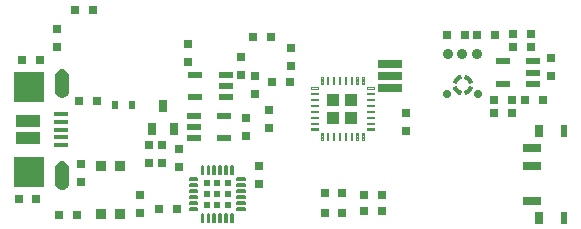
<source format=gbr>
G04 EAGLE Gerber RS-274X export*
G75*
%MOMM*%
%FSLAX34Y34*%
%LPD*%
%INSolderpaste Top*%
%IPPOS*%
%AMOC8*
5,1,8,0,0,1.08239X$1,22.5*%
G01*
%ADD10R,0.800000X0.800000*%
%ADD11R,1.200000X0.550000*%
%ADD12R,0.600000X0.800000*%
%ADD13R,0.900000X0.900000*%
%ADD14R,0.600000X0.600000*%
%ADD15C,0.140000*%
%ADD16R,2.500000X2.500000*%
%ADD17R,1.250000X0.300000*%
%ADD18R,2.000000X1.000000*%
%ADD19R,0.635000X1.016000*%
%ADD20R,2.000000X0.700000*%
%ADD21R,1.016000X1.016000*%
%ADD22C,0.125000*%
%ADD23C,0.030000*%
%ADD24C,0.900000*%
%ADD25C,0.700000*%
%ADD26R,1.500000X0.700000*%
%ADD27R,0.600000X1.000000*%
%ADD28R,0.800000X1.000000*%

G36*
X48468Y141173D02*
X48468Y141173D01*
X49742Y141373D01*
X49789Y141390D01*
X49879Y141411D01*
X51075Y141889D01*
X51118Y141916D01*
X51201Y141956D01*
X52261Y142688D01*
X52297Y142724D01*
X52368Y142782D01*
X53239Y143732D01*
X53266Y143774D01*
X53323Y143847D01*
X53960Y144967D01*
X53977Y145014D01*
X54016Y145097D01*
X54389Y146331D01*
X54394Y146381D01*
X54414Y146471D01*
X54503Y147756D01*
X54501Y147776D01*
X54504Y147800D01*
X54504Y158800D01*
X54502Y158815D01*
X54503Y158835D01*
X54442Y159961D01*
X54431Y160008D01*
X54423Y160084D01*
X54142Y161177D01*
X54122Y161221D01*
X54100Y161294D01*
X53612Y162311D01*
X53584Y162350D01*
X53547Y162417D01*
X52870Y163320D01*
X52835Y163353D01*
X52786Y163411D01*
X51946Y164164D01*
X51905Y164190D01*
X51845Y164238D01*
X50874Y164812D01*
X50829Y164829D01*
X50762Y164865D01*
X49697Y165239D01*
X49650Y165247D01*
X49577Y165269D01*
X48460Y165428D01*
X48432Y165427D01*
X48280Y165428D01*
X47164Y165269D01*
X47118Y165254D01*
X47043Y165239D01*
X45978Y164865D01*
X45936Y164841D01*
X45866Y164812D01*
X44895Y164238D01*
X44858Y164206D01*
X44794Y164164D01*
X43954Y163411D01*
X43925Y163374D01*
X43870Y163320D01*
X43193Y162417D01*
X43171Y162374D01*
X43128Y162311D01*
X42640Y161294D01*
X42627Y161247D01*
X42598Y161177D01*
X42317Y160084D01*
X42314Y160036D01*
X42298Y159961D01*
X42237Y158835D01*
X42239Y158819D01*
X42236Y158800D01*
X42236Y147800D01*
X42239Y147785D01*
X42237Y147765D01*
X42298Y146639D01*
X42310Y146592D01*
X42317Y146516D01*
X42598Y145423D01*
X42618Y145379D01*
X42640Y145306D01*
X43128Y144289D01*
X43157Y144250D01*
X43193Y144183D01*
X43870Y143280D01*
X43905Y143247D01*
X43954Y143189D01*
X44794Y142436D01*
X44835Y142410D01*
X44895Y142362D01*
X45866Y141788D01*
X45911Y141771D01*
X45978Y141735D01*
X47043Y141361D01*
X47090Y141353D01*
X47164Y141331D01*
X48280Y141172D01*
X48281Y141172D01*
X48468Y141173D01*
G37*
G36*
X48468Y63173D02*
X48468Y63173D01*
X49742Y63373D01*
X49789Y63390D01*
X49879Y63411D01*
X51075Y63889D01*
X51118Y63916D01*
X51201Y63956D01*
X52261Y64688D01*
X52297Y64724D01*
X52368Y64782D01*
X53239Y65732D01*
X53266Y65774D01*
X53323Y65847D01*
X53960Y66967D01*
X53977Y67014D01*
X54016Y67097D01*
X54389Y68331D01*
X54394Y68381D01*
X54414Y68471D01*
X54503Y69756D01*
X54501Y69776D01*
X54504Y69800D01*
X54504Y80800D01*
X54502Y80815D01*
X54503Y80835D01*
X54442Y81961D01*
X54431Y82008D01*
X54423Y82084D01*
X54142Y83177D01*
X54122Y83221D01*
X54100Y83294D01*
X53612Y84311D01*
X53584Y84350D01*
X53547Y84417D01*
X52870Y85320D01*
X52835Y85353D01*
X52786Y85411D01*
X51946Y86164D01*
X51905Y86190D01*
X51845Y86238D01*
X50874Y86812D01*
X50829Y86829D01*
X50762Y86865D01*
X49697Y87239D01*
X49650Y87247D01*
X49577Y87269D01*
X48460Y87428D01*
X48432Y87427D01*
X48280Y87428D01*
X47164Y87269D01*
X47118Y87254D01*
X47043Y87239D01*
X45978Y86865D01*
X45936Y86841D01*
X45866Y86812D01*
X44895Y86238D01*
X44858Y86206D01*
X44794Y86164D01*
X43954Y85411D01*
X43925Y85374D01*
X43870Y85320D01*
X43193Y84417D01*
X43171Y84374D01*
X43128Y84311D01*
X42640Y83294D01*
X42627Y83247D01*
X42598Y83177D01*
X42317Y82084D01*
X42314Y82036D01*
X42298Y81961D01*
X42237Y80835D01*
X42239Y80819D01*
X42236Y80800D01*
X42236Y69800D01*
X42239Y69785D01*
X42237Y69765D01*
X42298Y68639D01*
X42310Y68592D01*
X42317Y68516D01*
X42598Y67423D01*
X42618Y67379D01*
X42640Y67306D01*
X43128Y66289D01*
X43157Y66250D01*
X43193Y66183D01*
X43870Y65280D01*
X43905Y65247D01*
X43954Y65189D01*
X44794Y64436D01*
X44835Y64410D01*
X44895Y64362D01*
X45866Y63788D01*
X45911Y63771D01*
X45978Y63735D01*
X47043Y63361D01*
X47090Y63353D01*
X47164Y63331D01*
X48280Y63172D01*
X48281Y63172D01*
X48468Y63173D01*
G37*
D10*
X200260Y160070D03*
X200260Y175310D03*
D11*
X186991Y141630D03*
X186991Y151130D03*
X186991Y160630D03*
X160989Y160630D03*
X160989Y141630D03*
D12*
X92830Y135255D03*
X107830Y135255D03*
D11*
X159719Y125705D03*
X159719Y116205D03*
X159719Y106705D03*
X185721Y106705D03*
X185721Y125705D03*
D10*
X11550Y55880D03*
X26550Y55880D03*
X45720Y41910D03*
X60960Y41910D03*
X154940Y186690D03*
X154940Y171450D03*
D13*
X97535Y42365D03*
X97535Y83365D03*
X81535Y42365D03*
X81535Y83365D03*
D10*
X29725Y173355D03*
X14725Y173355D03*
X44450Y199390D03*
X44450Y184150D03*
D14*
X170705Y50690D03*
X179705Y59690D03*
X170705Y59690D03*
X170705Y68690D03*
X188705Y68690D03*
X188705Y50690D03*
X188705Y59690D03*
X179705Y68690D03*
X179705Y50690D03*
D15*
X163005Y72890D02*
X156405Y72890D01*
X163005Y72890D02*
X163005Y71490D01*
X156405Y71490D01*
X156405Y72890D01*
X156405Y72820D02*
X163005Y72820D01*
X163005Y67890D02*
X156405Y67890D01*
X163005Y67890D02*
X163005Y66490D01*
X156405Y66490D01*
X156405Y67890D01*
X156405Y67820D02*
X163005Y67820D01*
X163005Y62890D02*
X156405Y62890D01*
X163005Y62890D02*
X163005Y61490D01*
X156405Y61490D01*
X156405Y62890D01*
X156405Y62820D02*
X163005Y62820D01*
X163005Y57890D02*
X156405Y57890D01*
X163005Y57890D02*
X163005Y56490D01*
X156405Y56490D01*
X156405Y57890D01*
X156405Y57820D02*
X163005Y57820D01*
X163005Y52890D02*
X156405Y52890D01*
X163005Y52890D02*
X163005Y51490D01*
X156405Y51490D01*
X156405Y52890D01*
X156405Y52820D02*
X163005Y52820D01*
X163005Y47890D02*
X156405Y47890D01*
X163005Y47890D02*
X163005Y46490D01*
X156405Y46490D01*
X156405Y47890D01*
X156405Y47820D02*
X163005Y47820D01*
X167905Y42990D02*
X167905Y36390D01*
X166505Y36390D01*
X166505Y42990D01*
X167905Y42990D01*
X167905Y37720D02*
X166505Y37720D01*
X166505Y39050D02*
X167905Y39050D01*
X167905Y40380D02*
X166505Y40380D01*
X166505Y41710D02*
X167905Y41710D01*
X172905Y42990D02*
X172905Y36390D01*
X171505Y36390D01*
X171505Y42990D01*
X172905Y42990D01*
X172905Y37720D02*
X171505Y37720D01*
X171505Y39050D02*
X172905Y39050D01*
X172905Y40380D02*
X171505Y40380D01*
X171505Y41710D02*
X172905Y41710D01*
X177905Y42990D02*
X177905Y36390D01*
X176505Y36390D01*
X176505Y42990D01*
X177905Y42990D01*
X177905Y37720D02*
X176505Y37720D01*
X176505Y39050D02*
X177905Y39050D01*
X177905Y40380D02*
X176505Y40380D01*
X176505Y41710D02*
X177905Y41710D01*
X182905Y42990D02*
X182905Y36390D01*
X181505Y36390D01*
X181505Y42990D01*
X182905Y42990D01*
X182905Y37720D02*
X181505Y37720D01*
X181505Y39050D02*
X182905Y39050D01*
X182905Y40380D02*
X181505Y40380D01*
X181505Y41710D02*
X182905Y41710D01*
X187905Y42990D02*
X187905Y36390D01*
X186505Y36390D01*
X186505Y42990D01*
X187905Y42990D01*
X187905Y37720D02*
X186505Y37720D01*
X186505Y39050D02*
X187905Y39050D01*
X187905Y40380D02*
X186505Y40380D01*
X186505Y41710D02*
X187905Y41710D01*
X192905Y42990D02*
X192905Y36390D01*
X191505Y36390D01*
X191505Y42990D01*
X192905Y42990D01*
X192905Y37720D02*
X191505Y37720D01*
X191505Y39050D02*
X192905Y39050D01*
X192905Y40380D02*
X191505Y40380D01*
X191505Y41710D02*
X192905Y41710D01*
X196405Y46490D02*
X203005Y46490D01*
X196405Y46490D02*
X196405Y47890D01*
X203005Y47890D01*
X203005Y46490D01*
X203005Y47820D02*
X196405Y47820D01*
X196405Y51490D02*
X203005Y51490D01*
X196405Y51490D02*
X196405Y52890D01*
X203005Y52890D01*
X203005Y51490D01*
X203005Y52820D02*
X196405Y52820D01*
X196405Y56490D02*
X203005Y56490D01*
X196405Y56490D02*
X196405Y57890D01*
X203005Y57890D01*
X203005Y56490D01*
X203005Y57820D02*
X196405Y57820D01*
X196405Y61490D02*
X203005Y61490D01*
X196405Y61490D02*
X196405Y62890D01*
X203005Y62890D01*
X203005Y61490D01*
X203005Y62820D02*
X196405Y62820D01*
X196405Y66490D02*
X203005Y66490D01*
X196405Y66490D02*
X196405Y67890D01*
X203005Y67890D01*
X203005Y66490D01*
X203005Y67820D02*
X196405Y67820D01*
X196405Y71490D02*
X203005Y71490D01*
X196405Y71490D02*
X196405Y72890D01*
X203005Y72890D01*
X203005Y71490D01*
X203005Y72820D02*
X196405Y72820D01*
X191505Y76390D02*
X191505Y82990D01*
X192905Y82990D01*
X192905Y76390D01*
X191505Y76390D01*
X191505Y77720D02*
X192905Y77720D01*
X192905Y79050D02*
X191505Y79050D01*
X191505Y80380D02*
X192905Y80380D01*
X192905Y81710D02*
X191505Y81710D01*
X186505Y82990D02*
X186505Y76390D01*
X186505Y82990D02*
X187905Y82990D01*
X187905Y76390D01*
X186505Y76390D01*
X186505Y77720D02*
X187905Y77720D01*
X187905Y79050D02*
X186505Y79050D01*
X186505Y80380D02*
X187905Y80380D01*
X187905Y81710D02*
X186505Y81710D01*
X181505Y82990D02*
X181505Y76390D01*
X181505Y82990D02*
X182905Y82990D01*
X182905Y76390D01*
X181505Y76390D01*
X181505Y77720D02*
X182905Y77720D01*
X182905Y79050D02*
X181505Y79050D01*
X181505Y80380D02*
X182905Y80380D01*
X182905Y81710D02*
X181505Y81710D01*
X176505Y82990D02*
X176505Y76390D01*
X176505Y82990D02*
X177905Y82990D01*
X177905Y76390D01*
X176505Y76390D01*
X176505Y77720D02*
X177905Y77720D01*
X177905Y79050D02*
X176505Y79050D01*
X176505Y80380D02*
X177905Y80380D01*
X177905Y81710D02*
X176505Y81710D01*
X171505Y82990D02*
X171505Y76390D01*
X171505Y82990D02*
X172905Y82990D01*
X172905Y76390D01*
X171505Y76390D01*
X171505Y77720D02*
X172905Y77720D01*
X172905Y79050D02*
X171505Y79050D01*
X171505Y80380D02*
X172905Y80380D01*
X172905Y81710D02*
X171505Y81710D01*
X166505Y82990D02*
X166505Y76390D01*
X166505Y82990D02*
X167905Y82990D01*
X167905Y76390D01*
X166505Y76390D01*
X166505Y77720D02*
X167905Y77720D01*
X167905Y79050D02*
X166505Y79050D01*
X166505Y80380D02*
X167905Y80380D01*
X167905Y81710D02*
X166505Y81710D01*
D16*
X20370Y150300D03*
X20370Y78300D03*
D17*
X47120Y127300D03*
X47120Y120800D03*
X47120Y114300D03*
X47120Y107800D03*
X47120Y101300D03*
D18*
X19370Y121800D03*
X19370Y106800D03*
D10*
X225425Y192405D03*
X210185Y192405D03*
X64770Y69723D03*
X64770Y84963D03*
D19*
X124485Y114460D03*
X143485Y114460D03*
X133985Y134460D03*
D10*
X211455Y160020D03*
X211455Y144780D03*
X285630Y43815D03*
X270630Y43815D03*
X285630Y60325D03*
X270630Y60325D03*
X114300Y59055D03*
X114300Y43815D03*
X204470Y109220D03*
X204470Y124460D03*
X339725Y113030D03*
X339725Y128270D03*
D20*
X325755Y149766D03*
X325755Y159766D03*
X325755Y169766D03*
D10*
X226060Y154305D03*
X241300Y154305D03*
X241935Y183515D03*
X241935Y168275D03*
D21*
X293370Y124460D03*
X278130Y124460D03*
X293370Y139700D03*
X278130Y139700D03*
D22*
X306375Y115205D02*
X312125Y115205D01*
X312125Y113955D01*
X306375Y113955D01*
X306375Y115205D01*
X306375Y115142D02*
X312125Y115142D01*
X312125Y120205D02*
X306375Y120205D01*
X312125Y120205D02*
X312125Y118955D01*
X306375Y118955D01*
X306375Y120205D01*
X306375Y120142D02*
X312125Y120142D01*
X312125Y125205D02*
X306375Y125205D01*
X312125Y125205D02*
X312125Y123955D01*
X306375Y123955D01*
X306375Y125205D01*
X306375Y125142D02*
X312125Y125142D01*
X312125Y130205D02*
X306375Y130205D01*
X312125Y130205D02*
X312125Y128955D01*
X306375Y128955D01*
X306375Y130205D01*
X306375Y130142D02*
X312125Y130142D01*
X312125Y135205D02*
X306375Y135205D01*
X312125Y135205D02*
X312125Y133955D01*
X306375Y133955D01*
X306375Y135205D01*
X306375Y135142D02*
X312125Y135142D01*
X312125Y140205D02*
X306375Y140205D01*
X312125Y140205D02*
X312125Y138955D01*
X306375Y138955D01*
X306375Y140205D01*
X306375Y140142D02*
X312125Y140142D01*
X312125Y145205D02*
X306375Y145205D01*
X312125Y145205D02*
X312125Y143955D01*
X306375Y143955D01*
X306375Y145205D01*
X306375Y145142D02*
X312125Y145142D01*
X312125Y150205D02*
X306375Y150205D01*
X312125Y150205D02*
X312125Y148955D01*
X306375Y148955D01*
X306375Y150205D01*
X306375Y150142D02*
X312125Y150142D01*
X303875Y158455D02*
X302625Y158455D01*
X303875Y158455D02*
X303875Y152705D01*
X302625Y152705D01*
X302625Y158455D01*
X302625Y153892D02*
X303875Y153892D01*
X303875Y155079D02*
X302625Y155079D01*
X302625Y156266D02*
X303875Y156266D01*
X303875Y157453D02*
X302625Y157453D01*
X298875Y158455D02*
X297625Y158455D01*
X298875Y158455D02*
X298875Y152705D01*
X297625Y152705D01*
X297625Y158455D01*
X297625Y153892D02*
X298875Y153892D01*
X298875Y155079D02*
X297625Y155079D01*
X297625Y156266D02*
X298875Y156266D01*
X298875Y157453D02*
X297625Y157453D01*
X293875Y158455D02*
X292625Y158455D01*
X293875Y158455D02*
X293875Y152705D01*
X292625Y152705D01*
X292625Y158455D01*
X292625Y153892D02*
X293875Y153892D01*
X293875Y155079D02*
X292625Y155079D01*
X292625Y156266D02*
X293875Y156266D01*
X293875Y157453D02*
X292625Y157453D01*
X288875Y158455D02*
X287625Y158455D01*
X288875Y158455D02*
X288875Y152705D01*
X287625Y152705D01*
X287625Y158455D01*
X287625Y153892D02*
X288875Y153892D01*
X288875Y155079D02*
X287625Y155079D01*
X287625Y156266D02*
X288875Y156266D01*
X288875Y157453D02*
X287625Y157453D01*
X283875Y158455D02*
X282625Y158455D01*
X283875Y158455D02*
X283875Y152705D01*
X282625Y152705D01*
X282625Y158455D01*
X282625Y153892D02*
X283875Y153892D01*
X283875Y155079D02*
X282625Y155079D01*
X282625Y156266D02*
X283875Y156266D01*
X283875Y157453D02*
X282625Y157453D01*
X278875Y158455D02*
X277625Y158455D01*
X278875Y158455D02*
X278875Y152705D01*
X277625Y152705D01*
X277625Y158455D01*
X277625Y153892D02*
X278875Y153892D01*
X278875Y155079D02*
X277625Y155079D01*
X277625Y156266D02*
X278875Y156266D01*
X278875Y157453D02*
X277625Y157453D01*
X273875Y158455D02*
X272625Y158455D01*
X273875Y158455D02*
X273875Y152705D01*
X272625Y152705D01*
X272625Y158455D01*
X272625Y153892D02*
X273875Y153892D01*
X273875Y155079D02*
X272625Y155079D01*
X272625Y156266D02*
X273875Y156266D01*
X273875Y157453D02*
X272625Y157453D01*
X268875Y158455D02*
X267625Y158455D01*
X268875Y158455D02*
X268875Y152705D01*
X267625Y152705D01*
X267625Y158455D01*
X267625Y153892D02*
X268875Y153892D01*
X268875Y155079D02*
X267625Y155079D01*
X267625Y156266D02*
X268875Y156266D01*
X268875Y157453D02*
X267625Y157453D01*
X265125Y150205D02*
X259375Y150205D01*
X265125Y150205D02*
X265125Y148955D01*
X259375Y148955D01*
X259375Y150205D01*
X259375Y150142D02*
X265125Y150142D01*
X265125Y145205D02*
X259375Y145205D01*
X265125Y145205D02*
X265125Y143955D01*
X259375Y143955D01*
X259375Y145205D01*
X259375Y145142D02*
X265125Y145142D01*
X265125Y140205D02*
X259375Y140205D01*
X265125Y140205D02*
X265125Y138955D01*
X259375Y138955D01*
X259375Y140205D01*
X259375Y140142D02*
X265125Y140142D01*
X265125Y135205D02*
X259375Y135205D01*
X265125Y135205D02*
X265125Y133955D01*
X259375Y133955D01*
X259375Y135205D01*
X259375Y135142D02*
X265125Y135142D01*
X265125Y130205D02*
X259375Y130205D01*
X265125Y130205D02*
X265125Y128955D01*
X259375Y128955D01*
X259375Y130205D01*
X259375Y130142D02*
X265125Y130142D01*
X265125Y125205D02*
X259375Y125205D01*
X265125Y125205D02*
X265125Y123955D01*
X259375Y123955D01*
X259375Y125205D01*
X259375Y125142D02*
X265125Y125142D01*
X265125Y120205D02*
X259375Y120205D01*
X265125Y120205D02*
X265125Y118955D01*
X259375Y118955D01*
X259375Y120205D01*
X259375Y120142D02*
X265125Y120142D01*
X265125Y115205D02*
X259375Y115205D01*
X265125Y115205D02*
X265125Y113955D01*
X259375Y113955D01*
X259375Y115205D01*
X259375Y115142D02*
X265125Y115142D01*
X267625Y111455D02*
X268875Y111455D01*
X268875Y105705D01*
X267625Y105705D01*
X267625Y111455D01*
X267625Y106892D02*
X268875Y106892D01*
X268875Y108079D02*
X267625Y108079D01*
X267625Y109266D02*
X268875Y109266D01*
X268875Y110453D02*
X267625Y110453D01*
X272625Y111455D02*
X273875Y111455D01*
X273875Y105705D01*
X272625Y105705D01*
X272625Y111455D01*
X272625Y106892D02*
X273875Y106892D01*
X273875Y108079D02*
X272625Y108079D01*
X272625Y109266D02*
X273875Y109266D01*
X273875Y110453D02*
X272625Y110453D01*
X277625Y111455D02*
X278875Y111455D01*
X278875Y105705D01*
X277625Y105705D01*
X277625Y111455D01*
X277625Y106892D02*
X278875Y106892D01*
X278875Y108079D02*
X277625Y108079D01*
X277625Y109266D02*
X278875Y109266D01*
X278875Y110453D02*
X277625Y110453D01*
X282625Y111455D02*
X283875Y111455D01*
X283875Y105705D01*
X282625Y105705D01*
X282625Y111455D01*
X282625Y106892D02*
X283875Y106892D01*
X283875Y108079D02*
X282625Y108079D01*
X282625Y109266D02*
X283875Y109266D01*
X283875Y110453D02*
X282625Y110453D01*
X287625Y111455D02*
X288875Y111455D01*
X288875Y105705D01*
X287625Y105705D01*
X287625Y111455D01*
X287625Y106892D02*
X288875Y106892D01*
X288875Y108079D02*
X287625Y108079D01*
X287625Y109266D02*
X288875Y109266D01*
X288875Y110453D02*
X287625Y110453D01*
X292625Y111455D02*
X293875Y111455D01*
X293875Y105705D01*
X292625Y105705D01*
X292625Y111455D01*
X292625Y106892D02*
X293875Y106892D01*
X293875Y108079D02*
X292625Y108079D01*
X292625Y109266D02*
X293875Y109266D01*
X293875Y110453D02*
X292625Y110453D01*
X297625Y111455D02*
X298875Y111455D01*
X298875Y105705D01*
X297625Y105705D01*
X297625Y111455D01*
X297625Y106892D02*
X298875Y106892D01*
X298875Y108079D02*
X297625Y108079D01*
X297625Y109266D02*
X298875Y109266D01*
X298875Y110453D02*
X297625Y110453D01*
X302625Y111455D02*
X303875Y111455D01*
X303875Y105705D01*
X302625Y105705D01*
X302625Y111455D01*
X302625Y106892D02*
X303875Y106892D01*
X303875Y108079D02*
X302625Y108079D01*
X302625Y109266D02*
X303875Y109266D01*
X303875Y110453D02*
X302625Y110453D01*
D10*
X215265Y68580D03*
X215265Y83820D03*
X62865Y138430D03*
X78105Y138430D03*
X223317Y130921D03*
X223317Y115681D03*
X304165Y59055D03*
X319405Y59055D03*
X304165Y45720D03*
X319405Y45720D03*
X145415Y46990D03*
X130175Y46990D03*
X121920Y86360D03*
X121920Y101600D03*
X133350Y86360D03*
X133350Y101600D03*
X147320Y97790D03*
X147320Y82550D03*
D11*
X447341Y153060D03*
X447341Y162560D03*
X447341Y172060D03*
X421339Y172060D03*
X421339Y153060D03*
D23*
X384967Y160447D02*
X385747Y157862D01*
X385603Y157813D01*
X385461Y157760D01*
X385320Y157703D01*
X385181Y157643D01*
X385043Y157579D01*
X384907Y157512D01*
X384772Y157442D01*
X384640Y157368D01*
X384509Y157290D01*
X384381Y157209D01*
X384254Y157125D01*
X384130Y157038D01*
X384008Y156948D01*
X383888Y156854D01*
X383771Y156758D01*
X383656Y156659D01*
X383544Y156556D01*
X383435Y156451D01*
X383328Y156343D01*
X383224Y156233D01*
X383123Y156119D01*
X383024Y156004D01*
X382929Y155885D01*
X382837Y155765D01*
X382748Y155642D01*
X382662Y155517D01*
X382579Y155389D01*
X382500Y155260D01*
X382424Y155129D01*
X382351Y154995D01*
X382282Y154860D01*
X382216Y154723D01*
X382153Y154585D01*
X382095Y154445D01*
X382039Y154304D01*
X381988Y154161D01*
X381940Y154017D01*
X379347Y154770D01*
X379411Y154968D01*
X379479Y155164D01*
X379552Y155358D01*
X379630Y155551D01*
X379712Y155741D01*
X379799Y155930D01*
X379891Y156116D01*
X379987Y156300D01*
X380087Y156482D01*
X380192Y156661D01*
X380301Y156838D01*
X380414Y157012D01*
X380531Y157183D01*
X380652Y157352D01*
X380778Y157517D01*
X380907Y157680D01*
X381040Y157839D01*
X381177Y157995D01*
X381318Y158148D01*
X381462Y158297D01*
X381610Y158443D01*
X381761Y158585D01*
X381916Y158723D01*
X382074Y158858D01*
X382235Y158989D01*
X382399Y159116D01*
X382566Y159239D01*
X382736Y159358D01*
X382909Y159473D01*
X383085Y159584D01*
X383263Y159690D01*
X383444Y159792D01*
X383627Y159890D01*
X383812Y159983D01*
X384000Y160072D01*
X384190Y160157D01*
X384381Y160236D01*
X384575Y160312D01*
X384770Y160382D01*
X384967Y160448D01*
X385049Y160176D01*
X384859Y160112D01*
X384670Y160044D01*
X384483Y159971D01*
X384298Y159894D01*
X384115Y159813D01*
X383934Y159727D01*
X383755Y159637D01*
X383578Y159542D01*
X383403Y159443D01*
X383231Y159340D01*
X383062Y159233D01*
X382895Y159122D01*
X382730Y159007D01*
X382569Y158889D01*
X382410Y158766D01*
X382255Y158639D01*
X382102Y158509D01*
X381953Y158375D01*
X381807Y158238D01*
X381664Y158097D01*
X381524Y157953D01*
X381389Y157805D01*
X381256Y157655D01*
X381128Y157501D01*
X381003Y157344D01*
X380882Y157184D01*
X380764Y157022D01*
X380651Y156856D01*
X380542Y156688D01*
X380437Y156517D01*
X380335Y156344D01*
X380238Y156169D01*
X380146Y155991D01*
X380057Y155811D01*
X379973Y155629D01*
X379894Y155445D01*
X379818Y155259D01*
X379748Y155071D01*
X379681Y154882D01*
X379620Y154691D01*
X379892Y154612D01*
X379952Y154796D01*
X380016Y154978D01*
X380084Y155159D01*
X380157Y155339D01*
X380234Y155516D01*
X380315Y155692D01*
X380401Y155865D01*
X380490Y156037D01*
X380584Y156206D01*
X380681Y156373D01*
X380783Y156538D01*
X380888Y156700D01*
X380998Y156860D01*
X381111Y157017D01*
X381228Y157171D01*
X381348Y157322D01*
X381472Y157471D01*
X381600Y157616D01*
X381731Y157758D01*
X381866Y157897D01*
X382003Y158033D01*
X382144Y158166D01*
X382288Y158295D01*
X382436Y158420D01*
X382586Y158543D01*
X382739Y158661D01*
X382894Y158776D01*
X383053Y158887D01*
X383214Y158994D01*
X383378Y159097D01*
X383544Y159196D01*
X383712Y159292D01*
X383883Y159383D01*
X384055Y159470D01*
X384230Y159553D01*
X384407Y159632D01*
X384585Y159706D01*
X384766Y159777D01*
X384948Y159842D01*
X385131Y159904D01*
X385213Y159632D01*
X385032Y159571D01*
X384852Y159506D01*
X384674Y159436D01*
X384498Y159362D01*
X384324Y159283D01*
X384151Y159201D01*
X383981Y159114D01*
X383813Y159023D01*
X383647Y158928D01*
X383483Y158829D01*
X383322Y158725D01*
X383164Y158618D01*
X383008Y158507D01*
X382855Y158393D01*
X382705Y158274D01*
X382558Y158152D01*
X382414Y158027D01*
X382273Y157898D01*
X382135Y157765D01*
X382001Y157629D01*
X381870Y157490D01*
X381742Y157348D01*
X381618Y157202D01*
X381497Y157054D01*
X381380Y156903D01*
X381267Y156749D01*
X381158Y156592D01*
X381052Y156432D01*
X380951Y156270D01*
X380853Y156106D01*
X380760Y155939D01*
X380671Y155770D01*
X380586Y155599D01*
X380505Y155426D01*
X380428Y155250D01*
X380356Y155073D01*
X380288Y154895D01*
X380224Y154714D01*
X380165Y154533D01*
X380438Y154453D01*
X380495Y154628D01*
X380556Y154802D01*
X380622Y154973D01*
X380691Y155144D01*
X380765Y155312D01*
X380843Y155479D01*
X380925Y155643D01*
X381011Y155806D01*
X381101Y155966D01*
X381195Y156125D01*
X381293Y156281D01*
X381394Y156434D01*
X381499Y156585D01*
X381608Y156733D01*
X381721Y156879D01*
X381837Y157021D01*
X381956Y157161D01*
X382079Y157298D01*
X382205Y157432D01*
X382334Y157563D01*
X382467Y157690D01*
X382603Y157814D01*
X382741Y157935D01*
X382883Y158053D01*
X383027Y158167D01*
X383174Y158277D01*
X383324Y158384D01*
X383477Y158487D01*
X383631Y158586D01*
X383789Y158682D01*
X383948Y158773D01*
X384110Y158861D01*
X384274Y158944D01*
X384440Y159024D01*
X384607Y159100D01*
X384777Y159171D01*
X384948Y159238D01*
X385121Y159301D01*
X385295Y159360D01*
X385377Y159088D01*
X385210Y159032D01*
X385044Y158971D01*
X384879Y158906D01*
X384717Y158837D01*
X384555Y158765D01*
X384396Y158688D01*
X384239Y158608D01*
X384084Y158524D01*
X383930Y158435D01*
X383779Y158344D01*
X383631Y158248D01*
X383484Y158149D01*
X383340Y158047D01*
X383199Y157941D01*
X383060Y157831D01*
X382924Y157718D01*
X382791Y157602D01*
X382661Y157483D01*
X382534Y157360D01*
X382409Y157235D01*
X382288Y157106D01*
X382170Y156975D01*
X382055Y156840D01*
X381944Y156703D01*
X381836Y156563D01*
X381731Y156421D01*
X381630Y156276D01*
X381533Y156129D01*
X381439Y155979D01*
X381349Y155827D01*
X381262Y155673D01*
X381179Y155517D01*
X381101Y155359D01*
X381026Y155199D01*
X380955Y155037D01*
X380887Y154874D01*
X380824Y154709D01*
X380765Y154542D01*
X380711Y154374D01*
X380983Y154295D01*
X381036Y154456D01*
X381093Y154615D01*
X381153Y154774D01*
X381218Y154930D01*
X381286Y155086D01*
X381358Y155239D01*
X381434Y155391D01*
X381513Y155540D01*
X381596Y155688D01*
X381683Y155834D01*
X381773Y155977D01*
X381866Y156118D01*
X381963Y156257D01*
X382064Y156394D01*
X382167Y156528D01*
X382274Y156659D01*
X382384Y156788D01*
X382498Y156914D01*
X382614Y157038D01*
X382733Y157158D01*
X382855Y157275D01*
X382980Y157390D01*
X383108Y157501D01*
X383238Y157610D01*
X383371Y157715D01*
X383507Y157816D01*
X383645Y157915D01*
X383785Y158010D01*
X383927Y158101D01*
X384072Y158189D01*
X384219Y158274D01*
X384368Y158355D01*
X384519Y158432D01*
X384671Y158506D01*
X384826Y158575D01*
X384982Y158641D01*
X385140Y158703D01*
X385299Y158762D01*
X385459Y158816D01*
X385541Y158544D01*
X385388Y158492D01*
X385235Y158436D01*
X385085Y158376D01*
X384935Y158313D01*
X384787Y158246D01*
X384641Y158176D01*
X384497Y158102D01*
X384354Y158024D01*
X384214Y157943D01*
X384075Y157859D01*
X383939Y157771D01*
X383805Y157680D01*
X383673Y157586D01*
X383543Y157489D01*
X383416Y157388D01*
X383291Y157284D01*
X383169Y157178D01*
X383049Y157068D01*
X382932Y156956D01*
X382818Y156840D01*
X382707Y156722D01*
X382598Y156602D01*
X382493Y156478D01*
X382391Y156353D01*
X382291Y156224D01*
X382195Y156094D01*
X382102Y155961D01*
X382013Y155825D01*
X381927Y155688D01*
X381844Y155549D01*
X381764Y155407D01*
X381688Y155264D01*
X381615Y155119D01*
X381546Y154972D01*
X381481Y154824D01*
X381419Y154674D01*
X381361Y154522D01*
X381307Y154370D01*
X381256Y154215D01*
X381529Y154136D01*
X381579Y154287D01*
X381632Y154437D01*
X381690Y154585D01*
X381751Y154732D01*
X381815Y154877D01*
X381884Y155021D01*
X381955Y155163D01*
X382031Y155303D01*
X382110Y155441D01*
X382192Y155577D01*
X382277Y155711D01*
X382366Y155843D01*
X382458Y155973D01*
X382554Y156100D01*
X382652Y156225D01*
X382754Y156347D01*
X382859Y156467D01*
X382966Y156584D01*
X383077Y156699D01*
X383190Y156810D01*
X383306Y156919D01*
X383425Y157025D01*
X383546Y157128D01*
X383670Y157227D01*
X383796Y157324D01*
X383925Y157418D01*
X384056Y157508D01*
X384189Y157595D01*
X384324Y157678D01*
X384462Y157759D01*
X384601Y157835D01*
X384742Y157909D01*
X384885Y157978D01*
X385030Y158044D01*
X385176Y158107D01*
X385324Y158166D01*
X385473Y158221D01*
X385623Y158272D01*
X385705Y158000D01*
X385562Y157951D01*
X385420Y157898D01*
X385279Y157842D01*
X385140Y157783D01*
X385002Y157719D01*
X384866Y157653D01*
X384731Y157583D01*
X384598Y157510D01*
X384467Y157433D01*
X384339Y157353D01*
X384212Y157270D01*
X384087Y157184D01*
X383964Y157095D01*
X383844Y157003D01*
X383726Y156908D01*
X383610Y156810D01*
X383497Y156709D01*
X383386Y156605D01*
X383278Y156499D01*
X383173Y156390D01*
X383071Y156278D01*
X382971Y156164D01*
X382874Y156047D01*
X382780Y155928D01*
X382689Y155807D01*
X382601Y155684D01*
X382516Y155558D01*
X382435Y155430D01*
X382356Y155300D01*
X382281Y155169D01*
X382209Y155035D01*
X382141Y154900D01*
X382075Y154763D01*
X382014Y154625D01*
X381955Y154485D01*
X381901Y154343D01*
X381849Y154201D01*
X381802Y154057D01*
X395397Y154783D02*
X392812Y154003D01*
X392763Y154147D01*
X392710Y154289D01*
X392653Y154430D01*
X392593Y154569D01*
X392529Y154707D01*
X392462Y154843D01*
X392392Y154978D01*
X392318Y155110D01*
X392240Y155241D01*
X392159Y155369D01*
X392075Y155496D01*
X391988Y155620D01*
X391898Y155742D01*
X391804Y155862D01*
X391708Y155979D01*
X391609Y156094D01*
X391506Y156206D01*
X391401Y156315D01*
X391293Y156422D01*
X391183Y156526D01*
X391069Y156627D01*
X390954Y156726D01*
X390835Y156821D01*
X390715Y156913D01*
X390592Y157002D01*
X390467Y157088D01*
X390339Y157171D01*
X390210Y157250D01*
X390079Y157326D01*
X389945Y157399D01*
X389810Y157468D01*
X389673Y157534D01*
X389535Y157597D01*
X389395Y157655D01*
X389254Y157711D01*
X389111Y157762D01*
X388967Y157810D01*
X389720Y160403D01*
X389918Y160339D01*
X390114Y160271D01*
X390308Y160198D01*
X390501Y160120D01*
X390691Y160038D01*
X390880Y159951D01*
X391066Y159859D01*
X391250Y159763D01*
X391432Y159663D01*
X391611Y159558D01*
X391788Y159449D01*
X391962Y159336D01*
X392133Y159219D01*
X392302Y159098D01*
X392467Y158972D01*
X392630Y158843D01*
X392789Y158710D01*
X392945Y158573D01*
X393098Y158432D01*
X393247Y158288D01*
X393393Y158140D01*
X393535Y157989D01*
X393673Y157834D01*
X393808Y157676D01*
X393939Y157515D01*
X394066Y157351D01*
X394189Y157184D01*
X394308Y157014D01*
X394423Y156841D01*
X394534Y156665D01*
X394640Y156487D01*
X394742Y156306D01*
X394840Y156123D01*
X394933Y155938D01*
X395022Y155750D01*
X395107Y155560D01*
X395186Y155369D01*
X395262Y155175D01*
X395332Y154980D01*
X395398Y154783D01*
X395126Y154701D01*
X395062Y154891D01*
X394994Y155080D01*
X394921Y155267D01*
X394844Y155452D01*
X394763Y155635D01*
X394677Y155816D01*
X394587Y155995D01*
X394492Y156172D01*
X394393Y156347D01*
X394290Y156519D01*
X394183Y156688D01*
X394072Y156855D01*
X393957Y157020D01*
X393839Y157181D01*
X393716Y157340D01*
X393589Y157495D01*
X393459Y157648D01*
X393325Y157797D01*
X393188Y157943D01*
X393047Y158086D01*
X392903Y158226D01*
X392755Y158361D01*
X392605Y158494D01*
X392451Y158622D01*
X392294Y158747D01*
X392134Y158868D01*
X391972Y158986D01*
X391806Y159099D01*
X391638Y159208D01*
X391467Y159313D01*
X391294Y159415D01*
X391119Y159512D01*
X390941Y159604D01*
X390761Y159693D01*
X390579Y159777D01*
X390395Y159856D01*
X390209Y159932D01*
X390021Y160002D01*
X389832Y160069D01*
X389641Y160130D01*
X389562Y159858D01*
X389746Y159798D01*
X389928Y159734D01*
X390109Y159666D01*
X390289Y159593D01*
X390466Y159516D01*
X390642Y159435D01*
X390815Y159349D01*
X390987Y159260D01*
X391156Y159166D01*
X391323Y159069D01*
X391488Y158967D01*
X391650Y158862D01*
X391810Y158752D01*
X391967Y158639D01*
X392121Y158522D01*
X392272Y158402D01*
X392421Y158278D01*
X392566Y158150D01*
X392708Y158019D01*
X392847Y157884D01*
X392983Y157747D01*
X393116Y157606D01*
X393245Y157462D01*
X393370Y157314D01*
X393493Y157164D01*
X393611Y157011D01*
X393726Y156856D01*
X393837Y156697D01*
X393944Y156536D01*
X394047Y156372D01*
X394146Y156206D01*
X394242Y156038D01*
X394333Y155867D01*
X394420Y155695D01*
X394503Y155520D01*
X394582Y155343D01*
X394656Y155165D01*
X394727Y154984D01*
X394792Y154802D01*
X394854Y154619D01*
X394582Y154537D01*
X394521Y154718D01*
X394456Y154898D01*
X394386Y155076D01*
X394312Y155252D01*
X394233Y155426D01*
X394151Y155599D01*
X394064Y155769D01*
X393973Y155937D01*
X393878Y156103D01*
X393779Y156267D01*
X393675Y156428D01*
X393568Y156586D01*
X393457Y156742D01*
X393343Y156895D01*
X393224Y157045D01*
X393102Y157192D01*
X392977Y157336D01*
X392848Y157477D01*
X392715Y157615D01*
X392579Y157749D01*
X392440Y157880D01*
X392298Y158008D01*
X392152Y158132D01*
X392004Y158253D01*
X391853Y158370D01*
X391699Y158483D01*
X391542Y158592D01*
X391382Y158698D01*
X391220Y158799D01*
X391056Y158897D01*
X390889Y158990D01*
X390720Y159079D01*
X390549Y159164D01*
X390376Y159245D01*
X390200Y159322D01*
X390023Y159394D01*
X389845Y159462D01*
X389664Y159526D01*
X389483Y159585D01*
X389403Y159312D01*
X389578Y159255D01*
X389752Y159194D01*
X389923Y159128D01*
X390094Y159059D01*
X390262Y158985D01*
X390429Y158907D01*
X390593Y158825D01*
X390756Y158739D01*
X390916Y158649D01*
X391075Y158555D01*
X391231Y158457D01*
X391384Y158356D01*
X391535Y158251D01*
X391683Y158142D01*
X391829Y158029D01*
X391971Y157913D01*
X392111Y157794D01*
X392248Y157671D01*
X392382Y157545D01*
X392513Y157416D01*
X392640Y157283D01*
X392764Y157147D01*
X392885Y157009D01*
X393003Y156867D01*
X393117Y156723D01*
X393227Y156576D01*
X393334Y156426D01*
X393437Y156273D01*
X393536Y156119D01*
X393632Y155961D01*
X393723Y155802D01*
X393811Y155640D01*
X393894Y155476D01*
X393974Y155310D01*
X394050Y155143D01*
X394121Y154973D01*
X394188Y154802D01*
X394251Y154629D01*
X394310Y154455D01*
X394038Y154373D01*
X393982Y154540D01*
X393921Y154706D01*
X393856Y154871D01*
X393787Y155033D01*
X393715Y155195D01*
X393638Y155354D01*
X393558Y155511D01*
X393474Y155666D01*
X393385Y155820D01*
X393294Y155971D01*
X393198Y156119D01*
X393099Y156266D01*
X392997Y156410D01*
X392891Y156551D01*
X392781Y156690D01*
X392668Y156826D01*
X392552Y156959D01*
X392433Y157089D01*
X392310Y157216D01*
X392185Y157341D01*
X392056Y157462D01*
X391925Y157580D01*
X391790Y157695D01*
X391653Y157806D01*
X391513Y157914D01*
X391371Y158019D01*
X391226Y158120D01*
X391079Y158217D01*
X390929Y158311D01*
X390777Y158401D01*
X390623Y158488D01*
X390467Y158571D01*
X390309Y158649D01*
X390149Y158724D01*
X389987Y158795D01*
X389824Y158863D01*
X389659Y158926D01*
X389492Y158985D01*
X389324Y159039D01*
X389245Y158767D01*
X389406Y158714D01*
X389565Y158657D01*
X389724Y158597D01*
X389880Y158532D01*
X390036Y158464D01*
X390189Y158392D01*
X390341Y158316D01*
X390490Y158237D01*
X390638Y158154D01*
X390784Y158067D01*
X390927Y157977D01*
X391068Y157884D01*
X391207Y157787D01*
X391344Y157686D01*
X391478Y157583D01*
X391609Y157476D01*
X391738Y157366D01*
X391864Y157252D01*
X391988Y157136D01*
X392108Y157017D01*
X392225Y156895D01*
X392340Y156770D01*
X392451Y156642D01*
X392560Y156512D01*
X392665Y156379D01*
X392766Y156243D01*
X392865Y156105D01*
X392960Y155965D01*
X393051Y155823D01*
X393139Y155678D01*
X393224Y155531D01*
X393305Y155382D01*
X393382Y155231D01*
X393456Y155079D01*
X393525Y154924D01*
X393591Y154768D01*
X393653Y154610D01*
X393712Y154451D01*
X393766Y154291D01*
X393494Y154209D01*
X393442Y154362D01*
X393386Y154515D01*
X393326Y154665D01*
X393263Y154815D01*
X393196Y154963D01*
X393126Y155109D01*
X393052Y155253D01*
X392974Y155396D01*
X392893Y155536D01*
X392809Y155675D01*
X392721Y155811D01*
X392630Y155945D01*
X392536Y156077D01*
X392439Y156207D01*
X392338Y156334D01*
X392234Y156459D01*
X392128Y156581D01*
X392018Y156701D01*
X391906Y156818D01*
X391790Y156932D01*
X391672Y157043D01*
X391552Y157152D01*
X391428Y157257D01*
X391303Y157359D01*
X391174Y157459D01*
X391044Y157555D01*
X390911Y157648D01*
X390775Y157737D01*
X390638Y157823D01*
X390499Y157906D01*
X390357Y157986D01*
X390214Y158062D01*
X390069Y158135D01*
X389922Y158204D01*
X389774Y158269D01*
X389624Y158331D01*
X389472Y158389D01*
X389320Y158443D01*
X389165Y158494D01*
X389086Y158221D01*
X389237Y158171D01*
X389387Y158118D01*
X389535Y158060D01*
X389682Y157999D01*
X389827Y157935D01*
X389971Y157866D01*
X390113Y157795D01*
X390253Y157719D01*
X390391Y157640D01*
X390527Y157558D01*
X390661Y157473D01*
X390793Y157384D01*
X390923Y157292D01*
X391050Y157196D01*
X391175Y157098D01*
X391297Y156996D01*
X391417Y156891D01*
X391534Y156784D01*
X391649Y156673D01*
X391760Y156560D01*
X391869Y156444D01*
X391975Y156325D01*
X392078Y156204D01*
X392177Y156080D01*
X392274Y155954D01*
X392368Y155825D01*
X392458Y155694D01*
X392545Y155561D01*
X392628Y155426D01*
X392709Y155288D01*
X392785Y155149D01*
X392859Y155008D01*
X392928Y154865D01*
X392994Y154720D01*
X393057Y154574D01*
X393116Y154426D01*
X393171Y154277D01*
X393222Y154127D01*
X392950Y154045D01*
X392901Y154188D01*
X392848Y154330D01*
X392792Y154471D01*
X392733Y154610D01*
X392669Y154748D01*
X392603Y154884D01*
X392533Y155019D01*
X392460Y155152D01*
X392383Y155283D01*
X392303Y155411D01*
X392220Y155538D01*
X392134Y155663D01*
X392045Y155786D01*
X391953Y155906D01*
X391858Y156024D01*
X391760Y156140D01*
X391659Y156253D01*
X391555Y156364D01*
X391449Y156472D01*
X391340Y156577D01*
X391228Y156679D01*
X391114Y156779D01*
X390997Y156876D01*
X390878Y156970D01*
X390757Y157061D01*
X390634Y157149D01*
X390508Y157234D01*
X390380Y157315D01*
X390250Y157394D01*
X390119Y157469D01*
X389985Y157541D01*
X389850Y157609D01*
X389713Y157675D01*
X389575Y157736D01*
X389435Y157795D01*
X389293Y157849D01*
X389151Y157901D01*
X389007Y157948D01*
X379303Y150017D02*
X381888Y150797D01*
X381937Y150653D01*
X381990Y150511D01*
X382047Y150370D01*
X382107Y150231D01*
X382171Y150093D01*
X382238Y149957D01*
X382308Y149822D01*
X382382Y149690D01*
X382460Y149559D01*
X382541Y149431D01*
X382625Y149304D01*
X382712Y149180D01*
X382802Y149058D01*
X382896Y148938D01*
X382992Y148821D01*
X383091Y148706D01*
X383194Y148594D01*
X383299Y148485D01*
X383407Y148378D01*
X383517Y148274D01*
X383631Y148173D01*
X383746Y148074D01*
X383865Y147979D01*
X383985Y147887D01*
X384108Y147798D01*
X384233Y147712D01*
X384361Y147629D01*
X384490Y147550D01*
X384621Y147474D01*
X384755Y147401D01*
X384890Y147332D01*
X385027Y147266D01*
X385165Y147203D01*
X385305Y147145D01*
X385446Y147089D01*
X385589Y147038D01*
X385733Y146990D01*
X384980Y144397D01*
X384782Y144461D01*
X384586Y144529D01*
X384392Y144602D01*
X384199Y144680D01*
X384009Y144762D01*
X383820Y144849D01*
X383634Y144941D01*
X383450Y145037D01*
X383268Y145137D01*
X383089Y145242D01*
X382912Y145351D01*
X382738Y145464D01*
X382567Y145581D01*
X382398Y145702D01*
X382233Y145828D01*
X382070Y145957D01*
X381911Y146090D01*
X381755Y146227D01*
X381602Y146368D01*
X381453Y146512D01*
X381307Y146660D01*
X381165Y146811D01*
X381027Y146966D01*
X380892Y147124D01*
X380761Y147285D01*
X380634Y147449D01*
X380511Y147616D01*
X380392Y147786D01*
X380277Y147959D01*
X380166Y148135D01*
X380060Y148313D01*
X379958Y148494D01*
X379860Y148677D01*
X379767Y148862D01*
X379678Y149050D01*
X379593Y149240D01*
X379514Y149431D01*
X379438Y149625D01*
X379368Y149820D01*
X379302Y150017D01*
X379574Y150099D01*
X379638Y149909D01*
X379706Y149720D01*
X379779Y149533D01*
X379856Y149348D01*
X379937Y149165D01*
X380023Y148984D01*
X380113Y148805D01*
X380208Y148628D01*
X380307Y148453D01*
X380410Y148281D01*
X380517Y148112D01*
X380628Y147945D01*
X380743Y147780D01*
X380861Y147619D01*
X380984Y147460D01*
X381111Y147305D01*
X381241Y147152D01*
X381375Y147003D01*
X381512Y146857D01*
X381653Y146714D01*
X381797Y146574D01*
X381945Y146439D01*
X382095Y146306D01*
X382249Y146178D01*
X382406Y146053D01*
X382566Y145932D01*
X382728Y145814D01*
X382894Y145701D01*
X383062Y145592D01*
X383233Y145487D01*
X383406Y145385D01*
X383581Y145288D01*
X383759Y145196D01*
X383939Y145107D01*
X384121Y145023D01*
X384305Y144944D01*
X384491Y144868D01*
X384679Y144798D01*
X384868Y144731D01*
X385059Y144670D01*
X385138Y144942D01*
X384954Y145002D01*
X384772Y145066D01*
X384591Y145134D01*
X384411Y145207D01*
X384234Y145284D01*
X384058Y145365D01*
X383885Y145451D01*
X383713Y145540D01*
X383544Y145634D01*
X383377Y145731D01*
X383212Y145833D01*
X383050Y145938D01*
X382890Y146048D01*
X382733Y146161D01*
X382579Y146278D01*
X382428Y146398D01*
X382279Y146522D01*
X382134Y146650D01*
X381992Y146781D01*
X381853Y146916D01*
X381717Y147053D01*
X381584Y147194D01*
X381455Y147338D01*
X381330Y147486D01*
X381207Y147636D01*
X381089Y147789D01*
X380974Y147944D01*
X380863Y148103D01*
X380756Y148264D01*
X380653Y148428D01*
X380554Y148594D01*
X380458Y148762D01*
X380367Y148933D01*
X380280Y149105D01*
X380197Y149280D01*
X380118Y149457D01*
X380044Y149635D01*
X379973Y149816D01*
X379908Y149998D01*
X379846Y150181D01*
X380118Y150263D01*
X380179Y150082D01*
X380244Y149902D01*
X380314Y149724D01*
X380388Y149548D01*
X380467Y149374D01*
X380549Y149201D01*
X380636Y149031D01*
X380727Y148863D01*
X380822Y148697D01*
X380921Y148533D01*
X381025Y148372D01*
X381132Y148214D01*
X381243Y148058D01*
X381357Y147905D01*
X381476Y147755D01*
X381598Y147608D01*
X381723Y147464D01*
X381852Y147323D01*
X381985Y147185D01*
X382121Y147051D01*
X382260Y146920D01*
X382402Y146792D01*
X382548Y146668D01*
X382696Y146547D01*
X382847Y146430D01*
X383001Y146317D01*
X383158Y146208D01*
X383318Y146102D01*
X383480Y146001D01*
X383644Y145903D01*
X383811Y145810D01*
X383980Y145721D01*
X384151Y145636D01*
X384324Y145555D01*
X384500Y145478D01*
X384677Y145406D01*
X384855Y145338D01*
X385036Y145274D01*
X385217Y145215D01*
X385297Y145488D01*
X385122Y145545D01*
X384948Y145606D01*
X384777Y145672D01*
X384606Y145741D01*
X384438Y145815D01*
X384271Y145893D01*
X384107Y145975D01*
X383944Y146061D01*
X383784Y146151D01*
X383625Y146245D01*
X383469Y146343D01*
X383316Y146444D01*
X383165Y146549D01*
X383017Y146658D01*
X382871Y146771D01*
X382729Y146887D01*
X382589Y147006D01*
X382452Y147129D01*
X382318Y147255D01*
X382187Y147384D01*
X382060Y147517D01*
X381936Y147653D01*
X381815Y147791D01*
X381697Y147933D01*
X381583Y148077D01*
X381473Y148224D01*
X381366Y148374D01*
X381263Y148527D01*
X381164Y148681D01*
X381068Y148839D01*
X380977Y148998D01*
X380889Y149160D01*
X380806Y149324D01*
X380726Y149490D01*
X380650Y149657D01*
X380579Y149827D01*
X380512Y149998D01*
X380449Y150171D01*
X380390Y150345D01*
X380662Y150427D01*
X380718Y150260D01*
X380779Y150094D01*
X380844Y149929D01*
X380913Y149767D01*
X380985Y149605D01*
X381062Y149446D01*
X381142Y149289D01*
X381226Y149134D01*
X381315Y148980D01*
X381406Y148829D01*
X381502Y148681D01*
X381601Y148534D01*
X381703Y148390D01*
X381809Y148249D01*
X381919Y148110D01*
X382032Y147974D01*
X382148Y147841D01*
X382267Y147711D01*
X382390Y147584D01*
X382515Y147459D01*
X382644Y147338D01*
X382775Y147220D01*
X382910Y147105D01*
X383047Y146994D01*
X383187Y146886D01*
X383329Y146781D01*
X383474Y146680D01*
X383621Y146583D01*
X383771Y146489D01*
X383923Y146399D01*
X384077Y146312D01*
X384233Y146229D01*
X384391Y146151D01*
X384551Y146076D01*
X384713Y146005D01*
X384876Y145937D01*
X385041Y145874D01*
X385208Y145815D01*
X385376Y145761D01*
X385455Y146033D01*
X385294Y146086D01*
X385135Y146143D01*
X384976Y146203D01*
X384820Y146268D01*
X384664Y146336D01*
X384511Y146408D01*
X384359Y146484D01*
X384210Y146563D01*
X384062Y146646D01*
X383916Y146733D01*
X383773Y146823D01*
X383632Y146916D01*
X383493Y147013D01*
X383356Y147114D01*
X383222Y147217D01*
X383091Y147324D01*
X382962Y147434D01*
X382836Y147548D01*
X382712Y147664D01*
X382592Y147783D01*
X382475Y147905D01*
X382360Y148030D01*
X382249Y148158D01*
X382140Y148288D01*
X382035Y148421D01*
X381934Y148557D01*
X381835Y148695D01*
X381740Y148835D01*
X381649Y148977D01*
X381561Y149122D01*
X381476Y149269D01*
X381395Y149418D01*
X381318Y149569D01*
X381244Y149721D01*
X381175Y149876D01*
X381109Y150032D01*
X381047Y150190D01*
X380988Y150349D01*
X380934Y150509D01*
X381206Y150591D01*
X381258Y150438D01*
X381314Y150285D01*
X381374Y150135D01*
X381437Y149985D01*
X381504Y149837D01*
X381574Y149691D01*
X381648Y149547D01*
X381726Y149404D01*
X381807Y149264D01*
X381891Y149125D01*
X381979Y148989D01*
X382070Y148855D01*
X382164Y148723D01*
X382261Y148593D01*
X382362Y148466D01*
X382466Y148341D01*
X382572Y148219D01*
X382682Y148099D01*
X382794Y147982D01*
X382910Y147868D01*
X383028Y147757D01*
X383148Y147648D01*
X383272Y147543D01*
X383397Y147441D01*
X383526Y147341D01*
X383656Y147245D01*
X383789Y147152D01*
X383925Y147063D01*
X384062Y146977D01*
X384201Y146894D01*
X384343Y146814D01*
X384486Y146738D01*
X384631Y146665D01*
X384778Y146596D01*
X384926Y146531D01*
X385076Y146469D01*
X385228Y146411D01*
X385380Y146357D01*
X385535Y146306D01*
X385614Y146579D01*
X385463Y146629D01*
X385313Y146682D01*
X385165Y146740D01*
X385018Y146801D01*
X384873Y146865D01*
X384729Y146934D01*
X384587Y147005D01*
X384447Y147081D01*
X384309Y147160D01*
X384173Y147242D01*
X384039Y147327D01*
X383907Y147416D01*
X383777Y147508D01*
X383650Y147604D01*
X383525Y147702D01*
X383403Y147804D01*
X383283Y147909D01*
X383166Y148016D01*
X383051Y148127D01*
X382940Y148240D01*
X382831Y148356D01*
X382725Y148475D01*
X382622Y148596D01*
X382523Y148720D01*
X382426Y148846D01*
X382332Y148975D01*
X382242Y149106D01*
X382155Y149239D01*
X382072Y149374D01*
X381991Y149512D01*
X381915Y149651D01*
X381841Y149792D01*
X381772Y149935D01*
X381706Y150080D01*
X381643Y150226D01*
X381584Y150374D01*
X381529Y150523D01*
X381478Y150673D01*
X381750Y150755D01*
X381799Y150612D01*
X381852Y150470D01*
X381908Y150329D01*
X381967Y150190D01*
X382031Y150052D01*
X382097Y149916D01*
X382167Y149781D01*
X382240Y149648D01*
X382317Y149517D01*
X382397Y149389D01*
X382480Y149262D01*
X382566Y149137D01*
X382655Y149014D01*
X382747Y148894D01*
X382842Y148776D01*
X382940Y148660D01*
X383041Y148547D01*
X383145Y148436D01*
X383251Y148328D01*
X383360Y148223D01*
X383472Y148121D01*
X383586Y148021D01*
X383703Y147924D01*
X383822Y147830D01*
X383943Y147739D01*
X384066Y147651D01*
X384192Y147566D01*
X384320Y147485D01*
X384450Y147406D01*
X384581Y147331D01*
X384715Y147259D01*
X384850Y147191D01*
X384987Y147125D01*
X385125Y147064D01*
X385265Y147005D01*
X385407Y146951D01*
X385549Y146899D01*
X385693Y146852D01*
X389733Y144353D02*
X388953Y146938D01*
X389097Y146987D01*
X389239Y147040D01*
X389380Y147097D01*
X389519Y147157D01*
X389657Y147221D01*
X389793Y147288D01*
X389928Y147358D01*
X390060Y147432D01*
X390191Y147510D01*
X390319Y147591D01*
X390446Y147675D01*
X390570Y147762D01*
X390692Y147852D01*
X390812Y147946D01*
X390929Y148042D01*
X391044Y148141D01*
X391156Y148244D01*
X391265Y148349D01*
X391372Y148457D01*
X391476Y148567D01*
X391577Y148681D01*
X391676Y148796D01*
X391771Y148915D01*
X391863Y149035D01*
X391952Y149158D01*
X392038Y149283D01*
X392121Y149411D01*
X392200Y149540D01*
X392276Y149671D01*
X392349Y149805D01*
X392418Y149940D01*
X392484Y150077D01*
X392547Y150215D01*
X392605Y150355D01*
X392661Y150496D01*
X392712Y150639D01*
X392760Y150783D01*
X395353Y150030D01*
X395289Y149832D01*
X395221Y149636D01*
X395148Y149442D01*
X395070Y149249D01*
X394988Y149059D01*
X394901Y148870D01*
X394809Y148684D01*
X394713Y148500D01*
X394613Y148318D01*
X394508Y148139D01*
X394399Y147962D01*
X394286Y147788D01*
X394169Y147617D01*
X394048Y147448D01*
X393922Y147283D01*
X393793Y147120D01*
X393660Y146961D01*
X393523Y146805D01*
X393382Y146652D01*
X393238Y146503D01*
X393090Y146357D01*
X392939Y146215D01*
X392784Y146077D01*
X392626Y145942D01*
X392465Y145811D01*
X392301Y145684D01*
X392134Y145561D01*
X391964Y145442D01*
X391791Y145327D01*
X391615Y145216D01*
X391437Y145110D01*
X391256Y145008D01*
X391073Y144910D01*
X390888Y144817D01*
X390700Y144728D01*
X390510Y144643D01*
X390319Y144564D01*
X390125Y144488D01*
X389930Y144418D01*
X389733Y144352D01*
X389651Y144624D01*
X389841Y144688D01*
X390030Y144756D01*
X390217Y144829D01*
X390402Y144906D01*
X390585Y144987D01*
X390766Y145073D01*
X390945Y145163D01*
X391122Y145258D01*
X391297Y145357D01*
X391469Y145460D01*
X391638Y145567D01*
X391805Y145678D01*
X391970Y145793D01*
X392131Y145911D01*
X392290Y146034D01*
X392445Y146161D01*
X392598Y146291D01*
X392747Y146425D01*
X392893Y146562D01*
X393036Y146703D01*
X393176Y146847D01*
X393311Y146995D01*
X393444Y147145D01*
X393572Y147299D01*
X393697Y147456D01*
X393818Y147616D01*
X393936Y147778D01*
X394049Y147944D01*
X394158Y148112D01*
X394263Y148283D01*
X394365Y148456D01*
X394462Y148631D01*
X394554Y148809D01*
X394643Y148989D01*
X394727Y149171D01*
X394806Y149355D01*
X394882Y149541D01*
X394952Y149729D01*
X395019Y149918D01*
X395080Y150109D01*
X394808Y150188D01*
X394748Y150004D01*
X394684Y149822D01*
X394616Y149641D01*
X394543Y149461D01*
X394466Y149284D01*
X394385Y149108D01*
X394299Y148935D01*
X394210Y148763D01*
X394116Y148594D01*
X394019Y148427D01*
X393917Y148262D01*
X393812Y148100D01*
X393702Y147940D01*
X393589Y147783D01*
X393472Y147629D01*
X393352Y147478D01*
X393228Y147329D01*
X393100Y147184D01*
X392969Y147042D01*
X392834Y146903D01*
X392697Y146767D01*
X392556Y146634D01*
X392412Y146505D01*
X392264Y146380D01*
X392114Y146257D01*
X391961Y146139D01*
X391806Y146024D01*
X391647Y145913D01*
X391486Y145806D01*
X391322Y145703D01*
X391156Y145604D01*
X390988Y145508D01*
X390817Y145417D01*
X390645Y145330D01*
X390470Y145247D01*
X390293Y145168D01*
X390115Y145094D01*
X389934Y145023D01*
X389752Y144958D01*
X389569Y144896D01*
X389487Y145168D01*
X389668Y145229D01*
X389848Y145294D01*
X390026Y145364D01*
X390202Y145438D01*
X390376Y145517D01*
X390549Y145599D01*
X390719Y145686D01*
X390887Y145777D01*
X391053Y145872D01*
X391217Y145971D01*
X391378Y146075D01*
X391536Y146182D01*
X391692Y146293D01*
X391845Y146407D01*
X391995Y146526D01*
X392142Y146648D01*
X392286Y146773D01*
X392427Y146902D01*
X392565Y147035D01*
X392699Y147171D01*
X392830Y147310D01*
X392958Y147452D01*
X393082Y147598D01*
X393203Y147746D01*
X393320Y147897D01*
X393433Y148051D01*
X393542Y148208D01*
X393648Y148368D01*
X393749Y148530D01*
X393847Y148694D01*
X393940Y148861D01*
X394029Y149030D01*
X394114Y149201D01*
X394195Y149374D01*
X394272Y149550D01*
X394344Y149727D01*
X394412Y149905D01*
X394476Y150086D01*
X394535Y150267D01*
X394262Y150347D01*
X394205Y150172D01*
X394144Y149998D01*
X394078Y149827D01*
X394009Y149656D01*
X393935Y149488D01*
X393857Y149321D01*
X393775Y149157D01*
X393689Y148994D01*
X393599Y148834D01*
X393505Y148675D01*
X393407Y148519D01*
X393306Y148366D01*
X393201Y148215D01*
X393092Y148067D01*
X392979Y147921D01*
X392863Y147779D01*
X392744Y147639D01*
X392621Y147502D01*
X392495Y147368D01*
X392366Y147237D01*
X392233Y147110D01*
X392097Y146986D01*
X391959Y146865D01*
X391817Y146747D01*
X391673Y146633D01*
X391526Y146523D01*
X391376Y146416D01*
X391223Y146313D01*
X391069Y146214D01*
X390911Y146118D01*
X390752Y146027D01*
X390590Y145939D01*
X390426Y145856D01*
X390260Y145776D01*
X390093Y145700D01*
X389923Y145629D01*
X389752Y145562D01*
X389579Y145499D01*
X389405Y145440D01*
X389323Y145712D01*
X389490Y145768D01*
X389656Y145829D01*
X389821Y145894D01*
X389983Y145963D01*
X390145Y146035D01*
X390304Y146112D01*
X390461Y146192D01*
X390616Y146276D01*
X390770Y146365D01*
X390921Y146456D01*
X391069Y146552D01*
X391216Y146651D01*
X391360Y146753D01*
X391501Y146859D01*
X391640Y146969D01*
X391776Y147082D01*
X391909Y147198D01*
X392039Y147317D01*
X392166Y147440D01*
X392291Y147565D01*
X392412Y147694D01*
X392530Y147825D01*
X392645Y147960D01*
X392756Y148097D01*
X392864Y148237D01*
X392969Y148379D01*
X393070Y148524D01*
X393167Y148671D01*
X393261Y148821D01*
X393351Y148973D01*
X393438Y149127D01*
X393521Y149283D01*
X393599Y149441D01*
X393674Y149601D01*
X393745Y149763D01*
X393813Y149926D01*
X393876Y150091D01*
X393935Y150258D01*
X393989Y150426D01*
X393717Y150505D01*
X393664Y150344D01*
X393607Y150185D01*
X393547Y150026D01*
X393482Y149870D01*
X393414Y149714D01*
X393342Y149561D01*
X393266Y149409D01*
X393187Y149260D01*
X393104Y149112D01*
X393017Y148966D01*
X392927Y148823D01*
X392834Y148682D01*
X392737Y148543D01*
X392636Y148406D01*
X392533Y148272D01*
X392426Y148141D01*
X392316Y148012D01*
X392202Y147886D01*
X392086Y147762D01*
X391967Y147642D01*
X391845Y147525D01*
X391720Y147410D01*
X391592Y147299D01*
X391462Y147190D01*
X391329Y147085D01*
X391193Y146984D01*
X391055Y146885D01*
X390915Y146790D01*
X390773Y146699D01*
X390628Y146611D01*
X390481Y146526D01*
X390332Y146445D01*
X390181Y146368D01*
X390029Y146294D01*
X389874Y146225D01*
X389718Y146159D01*
X389560Y146097D01*
X389401Y146038D01*
X389241Y145984D01*
X389159Y146256D01*
X389312Y146308D01*
X389465Y146364D01*
X389615Y146424D01*
X389765Y146487D01*
X389913Y146554D01*
X390059Y146624D01*
X390203Y146698D01*
X390346Y146776D01*
X390486Y146857D01*
X390625Y146941D01*
X390761Y147029D01*
X390895Y147120D01*
X391027Y147214D01*
X391157Y147311D01*
X391284Y147412D01*
X391409Y147516D01*
X391531Y147622D01*
X391651Y147732D01*
X391768Y147844D01*
X391882Y147960D01*
X391993Y148078D01*
X392102Y148198D01*
X392207Y148322D01*
X392309Y148447D01*
X392409Y148576D01*
X392505Y148706D01*
X392598Y148839D01*
X392687Y148975D01*
X392773Y149112D01*
X392856Y149251D01*
X392936Y149393D01*
X393012Y149536D01*
X393085Y149681D01*
X393154Y149828D01*
X393219Y149976D01*
X393281Y150126D01*
X393339Y150278D01*
X393393Y150430D01*
X393444Y150585D01*
X393171Y150664D01*
X393121Y150513D01*
X393068Y150363D01*
X393010Y150215D01*
X392949Y150068D01*
X392885Y149923D01*
X392816Y149779D01*
X392745Y149637D01*
X392669Y149497D01*
X392590Y149359D01*
X392508Y149223D01*
X392423Y149089D01*
X392334Y148957D01*
X392242Y148827D01*
X392146Y148700D01*
X392048Y148575D01*
X391946Y148453D01*
X391841Y148333D01*
X391734Y148216D01*
X391623Y148101D01*
X391510Y147990D01*
X391394Y147881D01*
X391275Y147775D01*
X391154Y147672D01*
X391030Y147573D01*
X390904Y147476D01*
X390775Y147382D01*
X390644Y147292D01*
X390511Y147205D01*
X390376Y147122D01*
X390238Y147041D01*
X390099Y146965D01*
X389958Y146891D01*
X389815Y146822D01*
X389670Y146756D01*
X389524Y146693D01*
X389376Y146634D01*
X389227Y146579D01*
X389077Y146528D01*
X388995Y146800D01*
X389138Y146849D01*
X389280Y146902D01*
X389421Y146958D01*
X389560Y147017D01*
X389698Y147081D01*
X389834Y147147D01*
X389969Y147217D01*
X390102Y147290D01*
X390233Y147367D01*
X390361Y147447D01*
X390488Y147530D01*
X390613Y147616D01*
X390736Y147705D01*
X390856Y147797D01*
X390974Y147892D01*
X391090Y147990D01*
X391203Y148091D01*
X391314Y148195D01*
X391422Y148301D01*
X391527Y148410D01*
X391629Y148522D01*
X391729Y148636D01*
X391826Y148753D01*
X391920Y148872D01*
X392011Y148993D01*
X392099Y149116D01*
X392184Y149242D01*
X392265Y149370D01*
X392344Y149500D01*
X392419Y149631D01*
X392491Y149765D01*
X392559Y149900D01*
X392625Y150037D01*
X392686Y150175D01*
X392745Y150315D01*
X392799Y150457D01*
X392851Y150599D01*
X392898Y150743D01*
D24*
X375350Y178600D03*
D25*
X400350Y144400D03*
X374350Y144400D03*
D24*
X399350Y178600D03*
X387350Y178600D03*
D10*
X374650Y194310D03*
X389890Y194310D03*
X400050Y194310D03*
X415290Y194310D03*
X429260Y139700D03*
X414020Y139700D03*
X455930Y139700D03*
X440690Y139700D03*
X430530Y184150D03*
X445770Y184150D03*
X462280Y175260D03*
X462280Y160020D03*
X430530Y195580D03*
X445770Y195580D03*
X414020Y128270D03*
X429260Y128270D03*
D26*
X446050Y98700D03*
X446050Y83700D03*
X446050Y53700D03*
D27*
X473550Y112700D03*
D28*
X452550Y112700D03*
D27*
X473550Y39700D03*
D28*
X452550Y39700D03*
D10*
X74930Y215900D03*
X59690Y215900D03*
M02*

</source>
